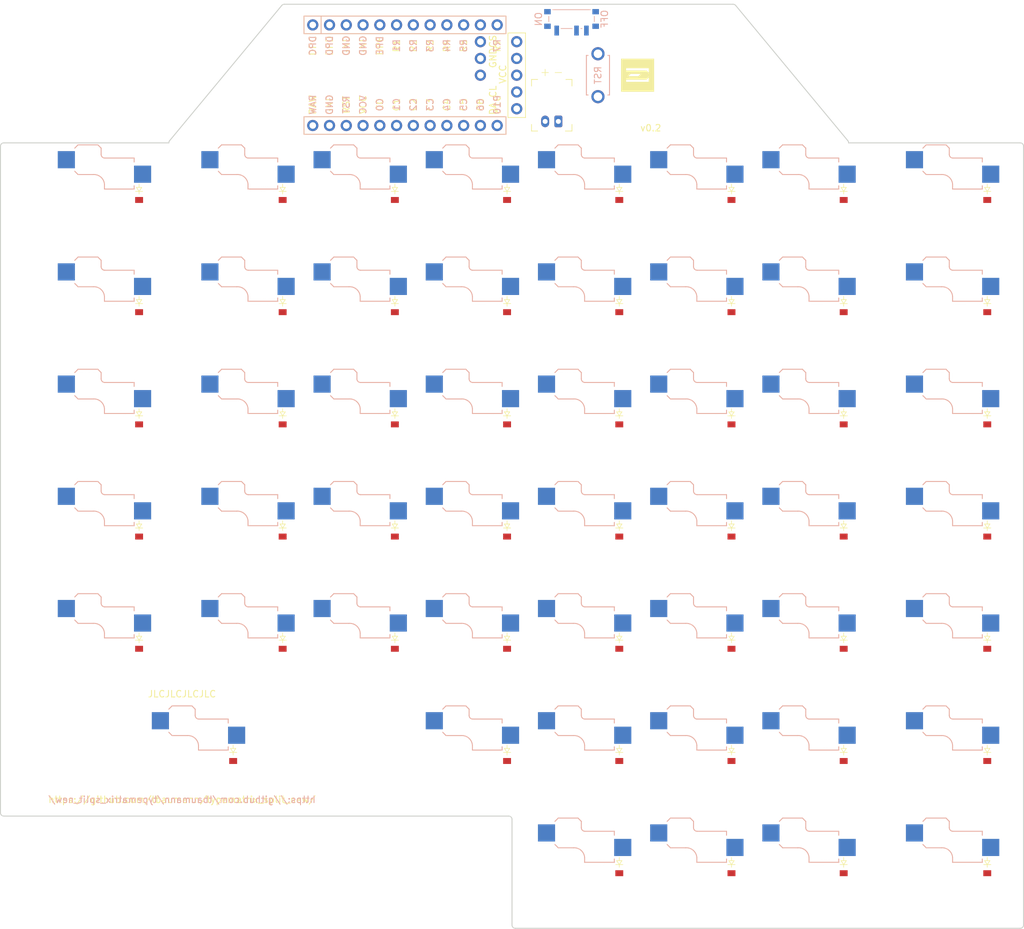
<source format=kicad_pcb>
(kicad_pcb
	(version 20240108)
	(generator "pcbnew")
	(generator_version "8.0")
	(general
		(thickness 1.6)
		(legacy_teardrops no)
	)
	(paper "A3")
	(title_block
		(title "right")
		(date "2024-10-01")
		(rev "v0.2")
		(company "Tilman Baumann")
	)
	(layers
		(0 "F.Cu" signal)
		(31 "B.Cu" signal)
		(32 "B.Adhes" user "B.Adhesive")
		(33 "F.Adhes" user "F.Adhesive")
		(34 "B.Paste" user)
		(35 "F.Paste" user)
		(36 "B.SilkS" user "B.Silkscreen")
		(37 "F.SilkS" user "F.Silkscreen")
		(38 "B.Mask" user)
		(39 "F.Mask" user)
		(40 "Dwgs.User" user "User.Drawings")
		(41 "Cmts.User" user "User.Comments")
		(42 "Eco1.User" user "User.Eco1")
		(43 "Eco2.User" user "User.Eco2")
		(44 "Edge.Cuts" user)
		(45 "Margin" user)
		(46 "B.CrtYd" user "B.Courtyard")
		(47 "F.CrtYd" user "F.Courtyard")
		(48 "B.Fab" user)
		(49 "F.Fab" user)
	)
	(setup
		(pad_to_mask_clearance 0.05)
		(allow_soldermask_bridges_in_footprints no)
		(pcbplotparams
			(layerselection 0x00010fc_ffffffff)
			(plot_on_all_layers_selection 0x0000000_00000000)
			(disableapertmacros no)
			(usegerberextensions no)
			(usegerberattributes yes)
			(usegerberadvancedattributes yes)
			(creategerberjobfile yes)
			(dashed_line_dash_ratio 12.000000)
			(dashed_line_gap_ratio 3.000000)
			(svgprecision 4)
			(plotframeref no)
			(viasonmask no)
			(mode 1)
			(useauxorigin no)
			(hpglpennumber 1)
			(hpglpenspeed 20)
			(hpglpendiameter 15.000000)
			(pdf_front_fp_property_popups yes)
			(pdf_back_fp_property_popups yes)
			(dxfpolygonmode yes)
			(dxfimperialunits yes)
			(dxfusepcbnewfont yes)
			(psnegative no)
			(psa4output no)
			(plotreference yes)
			(plotvalue yes)
			(plotfptext yes)
			(plotinvisibletext no)
			(sketchpadsonfab no)
			(subtractmaskfromsilk no)
			(outputformat 1)
			(mirror no)
			(drillshape 1)
			(scaleselection 1)
			(outputdirectory "")
		)
	)
	(net 0 "")
	(net 1 "mirror_q_bottom")
	(net 2 "C1")
	(net 3 "GND")
	(net 4 "mirror_q_home")
	(net 5 "mirror_q_top")
	(net 6 "mirror_q_num")
	(net 7 "mirror_q_f")
	(net 8 "mirror_w_bottom")
	(net 9 "C2")
	(net 10 "mirror_w_home")
	(net 11 "mirror_w_top")
	(net 12 "mirror_w_num")
	(net 13 "mirror_w_f")
	(net 14 "mirror_e_bottom")
	(net 15 "C3")
	(net 16 "mirror_e_home")
	(net 17 "mirror_e_top")
	(net 18 "mirror_e_num")
	(net 19 "mirror_e_f")
	(net 20 "mirror_r_bottom")
	(net 21 "C4")
	(net 22 "mirror_r_home")
	(net 23 "mirror_r_top")
	(net 24 "mirror_r_num")
	(net 25 "mirror_r_f")
	(net 26 "mirror_t_bottom")
	(net 27 "C5")
	(net 28 "mirror_t_home")
	(net 29 "mirror_t_top")
	(net 30 "mirror_t_num")
	(net 31 "mirror_t_f")
	(net 32 "mirror_one_down")
	(net 33 "C0")
	(net 34 "mirror_one_up")
	(net 35 "mirror_two_down")
	(net 36 "mirror_two_up")
	(net 37 "mirror_three_down")
	(net 38 "mirror_three_up")
	(net 39 "mirror_alt_space")
	(net 40 "mirror_sym_bottom")
	(net 41 "mirror_sym_home")
	(net 42 "mirror_sym_top")
	(net 43 "mirror_sym_num")
	(net 44 "mirror_sym_f")
	(net 45 "mirror_enter_bottom")
	(net 46 "C6")
	(net 47 "mirror_enter_home")
	(net 48 "mirror_enter_top")
	(net 49 "mirror_enter_num")
	(net 50 "mirror_enter_f")
	(net 51 "mirror_sym_ctl_down")
	(net 52 "C7")
	(net 53 "mirror_sym_ctl_up")
	(net 54 "mirror_space_space")
	(net 55 "R4")
	(net 56 "R3")
	(net 57 "R2")
	(net 58 "R1")
	(net 59 "R0")
	(net 60 "R6")
	(net 61 "R5")
	(net 62 "RAW")
	(net 63 "RST")
	(net 64 "VCC")
	(net 65 "P10")
	(net 66 "DPC")
	(net 67 "DPD")
	(net 68 "DPE")
	(net 69 "R7")
	(net 70 "P101")
	(net 71 "P102")
	(net 72 "P107")
	(net 73 "BAT_P")
	(footprint "ceoloide:diode_tht_sod123" (layer "F.Cu") (at 361 81.5 90))
	(footprint "ceoloide:diode_tht_sod123" (layer "F.Cu") (at 254.25 47.5 90))
	(footprint "ceoloide:diode_tht_sod123" (layer "F.Cu") (at 268.5 115.5 90))
	(footprint "ceoloide:diode_tht_sod123" (layer "F.Cu") (at 327 98.5 90))
	(footprint "ceoloide:diode_tht_sod123" (layer "F.Cu") (at 293 64.5 90))
	(footprint "ceoloide:diode_tht_sod123" (layer "F.Cu") (at 293 81.5 90))
	(footprint "ceoloide:diode_tht_sod123" (layer "F.Cu") (at 310 47.5 90))
	(footprint "ceoloide:diode_tht_sod123" (layer "F.Cu") (at 382.75 132.5 90))
	(footprint "ceoloide:diode_tht_sod123" (layer "F.Cu") (at 327 115.5 90))
	(footprint "ceoloide:diode_tht_sod123" (layer "F.Cu") (at 310 98.5 90))
	(footprint "ceoloide:diode_tht_sod123" (layer "F.Cu") (at 382.75 30.5 90))
	(footprint "ceoloide:display_nice_view" (layer "F.Cu") (at 294.76 13.25 90))
	(footprint "ceoloide:diode_tht_sod123" (layer "F.Cu") (at 382.75 47.5 90))
	(footprint "ceoloide:diode_tht_sod123" (layer "F.Cu") (at 254.25 98.5 90))
	(footprint "ceoloide:diode_tht_sod123" (layer "F.Cu") (at 382.75 64.5 90))
	(footprint "ceoloide:diode_tht_sod123" (layer "F.Cu") (at 361 30.5 90))
	(footprint "ceoloide:diode_tht_sod123" (layer "F.Cu") (at 310 64.5 90))
	(footprint "ceoloide:diode_tht_sod123" (layer "F.Cu") (at 310 81.5 90))
	(footprint "ceoloide:diode_tht_sod123" (layer "F.Cu") (at 344 47.5 90))
	(footprint "ceoloide:diode_tht_sod123" (layer "F.Cu") (at 276 30.5 90))
	(footprint "ceoloide:diode_tht_sod123" (layer "F.Cu") (at 382.75 81.5 90))
	(footprint "ceoloide:diode_tht_sod123" (layer "F.Cu") (at 344 64.5 90))
	(footprint "ceoloide:diode_tht_sod123" (layer "F.Cu") (at 361 98.5 90))
	(footprint "ceoloide:mcu_nice_nano" (layer "F.Cu") (at 293.26 13.25 90))
	(footprint "ceoloide:diode_tht_sod123" (layer "F.Cu") (at 327 81.5 90))
	(footprint "ceoloide:diode_tht_sod123" (layer "F.Cu") (at 327 30.5 90))
	(footprint "ceoloide:diode_tht_sod123" (layer "F.Cu") (at 361 115.5 90))
	(footprint "ceoloide:diode_tht_sod123" (layer "F.Cu") (at 276 81.5 90))
	(footprint "ceoloide:diode_tht_sod123" (layer "F.Cu") (at 254.25 81.5 90))
	(footprint "ceoloide:diode_tht_sod123" (layer "F.Cu") (at 293 47.5 90))
	(footprint "ceoloide:diode_tht_sod123" (layer "F.Cu") (at 310 115.5 90))
	(footprint "ceoloide:diode_tht_sod123" (layer "F.Cu") (at 327 132.5 90))
	(footprint "ceoloide:diode_tht_sod123" (layer "F.Cu") (at 276 64.5 90))
	(footprint "ceoloide:diode_tht_sod123" (layer "F.Cu") (at 310 30.5 90))
	(footprint "ceoloide:diode_tht_sod123" (layer "F.Cu") (at 327 64.5 90))
	(footprint "ceoloide:utility_ergogen_logo" (layer "F.Cu") (at 329.77 13.25))
	(footprint "ceoloide:diode_tht_sod123" (layer "F.Cu") (at 344 81.5 90))
	(footprint "ceoloide:diode_tht_sod123" (layer "F.Cu") (at 293 98.5 90))
	(footprint "ceoloide:diode_tht_sod123" (layer "F.Cu") (at 344 30.5 90))
	(footprint "ceoloide:diode_tht_sod123" (layer "F.Cu") (at 382.75 98.5 90))
	(footprint "ceoloide:diode_tht_sod123" (layer "F.Cu") (at 344 98.5 90))
	(footprint "ceoloide:battery_connector_jst_ph_2" (layer "F.Cu") (at 316.77 20.25 180))
	(footprint "ceoloide:diode_tht_sod123" (layer "F.Cu") (at 276 47.5 90))
	(footprint "ceoloide:diode_tht_sod123" (layer "F.Cu") (at 254.25 30.5 90))
	(footprint "ceoloide:diode_tht_sod123" (layer "F.Cu") (at 361 47.5 90))
	(footprint "ceoloide:diode_tht_sod123" (layer "F.Cu") (at 344 115.5 90))
	(footprint "ceoloide:diode_tht_sod123" (layer "F.Cu") (at 327 47.5 90))
	(footprint "ceoloide:diode_tht_sod123" (layer "F.Cu") (at 344 132.5 90))
	(footprint "ceoloide:diode_tht_sod123" (layer "F.Cu") (at 254.25 64.5 90))
	(footprint "ceoloide:diode_tht_sod123" (layer "F.Cu") (at 361 132.5 90))
	(footprint "ceoloide:diode_tht_sod123" (layer "F.Cu") (at 276 98.5 90))
	(footprint "ceoloide:diode_tht_sod123" (layer "F.Cu") (at 382.75 115.5 90))
	(footprint "ceoloide:diode_tht_sod123" (layer "F.Cu") (at 361 64.5 90))
	(footprint "ceoloide:diode_tht_sod123" (layer "F.Cu") (at 293 30.5 90))
	(footprint "ceoloide:switch_choc_v1_v2" (layer "B.Cu") (at 353.25 83))
	(footprint "ceoloide:switch_choc_v1_v2" (layer "B.Cu") (at 336.25 49))
	(footprint "ceoloide:switch_choc_v1_v2" (layer "B.Cu") (at 246.5 100))
	(footprint "ceoloide:switch_choc_v1_v2" (layer "B.Cu") (at 319.25 32))
	(footprint "ceoloide:switch_choc_v1_v2" (layer "B.Cu") (at 246.5 66))
	(footprint "ceoloide:switch_choc_v1_v2"
		(layer "B.Cu")
		(uuid "17b6c58e-a6a0-4932-a1f2-b780db9dbd36")
		(at 319.25 66)
		(property "Reference" "S8"
			(at 0 8.8 0)
			(layer "B.SilkS")
			(hide yes)
			(uuid "898017bd-69ed-4874-bd48-122ce05c3309")
			(effects
				(font
					(size 1 1)
					(thickness 0.15)
				)
			)
		)
		(property "Value" ""
			(at 0 0 0)
			(layer "F.Fab")
			(uuid "3fa222db-18c4-4222-9c35-fb42a193c812")
			(effects
				(font
					(size 1.27 1.27)
					(thickness 0.15)
				)
			)
		)
		(property "Footprint" ""
			(at 0 0 0)
			(layer "F.Fab")
			(hide yes)
			(uuid "78245ec1-13fd-4ada-a163-be14d2180a1b")
			(effects
				(font
					(size 1.27 1.27)
					(thickness 0.15)
				)
			)
		)
		(property "Datasheet" ""
			(at 0 0 0)
			(layer "F.Fab")
			(hide yes)
			(uuid "19f8329a-3302-4954-af21-428af023e979")
			(effects
				(font
					(size 1.27 1.27)
					(thickness 0.15)
				)
			)
		)
		(property "Description" ""
			(at 0 0 0)
			(layer "F.Fab")
			(hide yes)
			(uuid "bada2501-1fc3-46dc-aa6c-1b0cf491e905")
			(effects
				(font
					(size 1.27 1.27)
					(thickness 0.15)
				)
			)
		)
		(attr exclude_from_pos_files exclude_from_bom allow_soldermask_bridges)
		(fp_line
			(start -1.5 -8.2)
			(end -2 -7.7)
			(stroke
				(width 0.15)
				(type solid)
			)
			(layer "B.SilkS")
			(uuid "3ee366ac-e395-4044-af61-a610e047710d")
		)
		(fp_line
			(start -1.5 -3.7)
			(end -2 -4.2)
			(stroke
				(width 0.15)
				(type solid)
			)
			(layer "B.SilkS")
			(uuid "a33c4a52-742f-4639-92ba-0be6d7799986")
		)
		(fp_line
			(start 0.8 -3.7)
			(end -1.5 -3.7)
			(stroke
				(width 0.15)
				(type solid)
			)
			(layer "B.SilkS")
			(uuid "e1fecc4d-87b8-4a78-9d19-68bd2b628268")
		)
		(fp_line
			(start 1.5 -8.2)
			(end -1.5 -8.2)
			(stroke
				(width 0.15)
				(type solid)
			)
			(layer "B.SilkS")
			(uuid "2d6ad32e-d458-4dc8-9ff7-90030fb4f356")
		)
		(fp_line
			(start 2 -7.7)
			(end 1.5 -8.2)
			(stroke
				(width 0.15)
				(type solid)
			)
			(layer "B.SilkS")
			(uuid "d66671ae-fb2e-4365-b7f8-b9dcbda67da5")
		)
		(fp_line
			(start 2 -7.7)
			(end 2 -6.78)
			(stroke
				(width 0.15)
				(type solid)
			)
			(layer "B.SilkS")
			(uuid "3d2e1a7c-f8d1-40fb-965c-373d352e94b8")
		)
		(fp_line
			(start 2.5 -1.5)
			(end 2.5 -2.2)
			(stroke
				(width 0.15)
				(type solid)
			)
			(layer "B.SilkS")
			(uuid "00274974-4e55-4621-aa8a-575ef5e00bb9")
		)
		(fp_line
			(start 2.52 -6.2)
			(end 7 -6.2)
			(stroke
				(width 0.15)
				(type solid)
			)
			(layer "B.SilkS")
			(uuid "fc1051a7-6119-4d67-9478-d84f9c0cb3a2")
		)
		(fp_line
			(start 7 -6.2)
			(end 7 -5.6)
			(stroke
				(width 0.15)
				(type solid)
			)
			(layer "B.SilkS")
			(uuid "0f445611-8c45-4992-ab96-b66d270ccea6")
		)
		(fp_line
			(start 7 -2)
			(end 7 -1.5)
			(stroke
				(width 0.15)
				(type solid)
			)
			(layer "B.SilkS")
			(uuid "ff420c81-5eb1-4998-ba68-f0784b6f29a8")
		)
		(fp_line
			(start 7 -1.5)
			(end 2.5 -1.5)
			(stroke
				(width 0.15)
				(type solid)
			)
			(layer "B.SilkS")
			(uuid "64af4ac1-f54b-4b50-8111-dd4311e4b143")
		)
		(fp_arc
			(start 0.8 -3.7)
			(mid 1.956518 -3.312082)
			(end 2.5 -2.22)
			(stroke
				(width 0.15)
				(type solid)
			)
			(layer "B.SilkS")
			(uuid "3b1b2e22-315a-4039-bc52-877e437e5ea5")
		)
		(fp_arc
			(start 2.52 -6.2)
			(mid 2.139878 -6.382304)
			(end 2 -6.78)
			(stroke
				(width 0.15)
				(type solid)
			)
			(layer "B.SilkS")
			(uuid "dd4a0e73-8f31-4cd6-8a6d-c1476d5bc00f")
		)
		(fp_rect
			(start 8.25 8.25)
			(end -8.25 -8.25)
			(stroke
				(width 0.15)
				(type solid)
			)
			(fill none)
			(layer "Dwgs.User")
			(uuid "3a09a8f5-a224-451e-b497-7932b13d0ead")
		)
		(pad "" np_thru_hole circle
			(at -5.5 0)
			(size 1.9 1.9)
			(drill 1.9)
			(layers "*.Cu" "*.Mask")
			(
... [226121 chars truncated]
</source>
